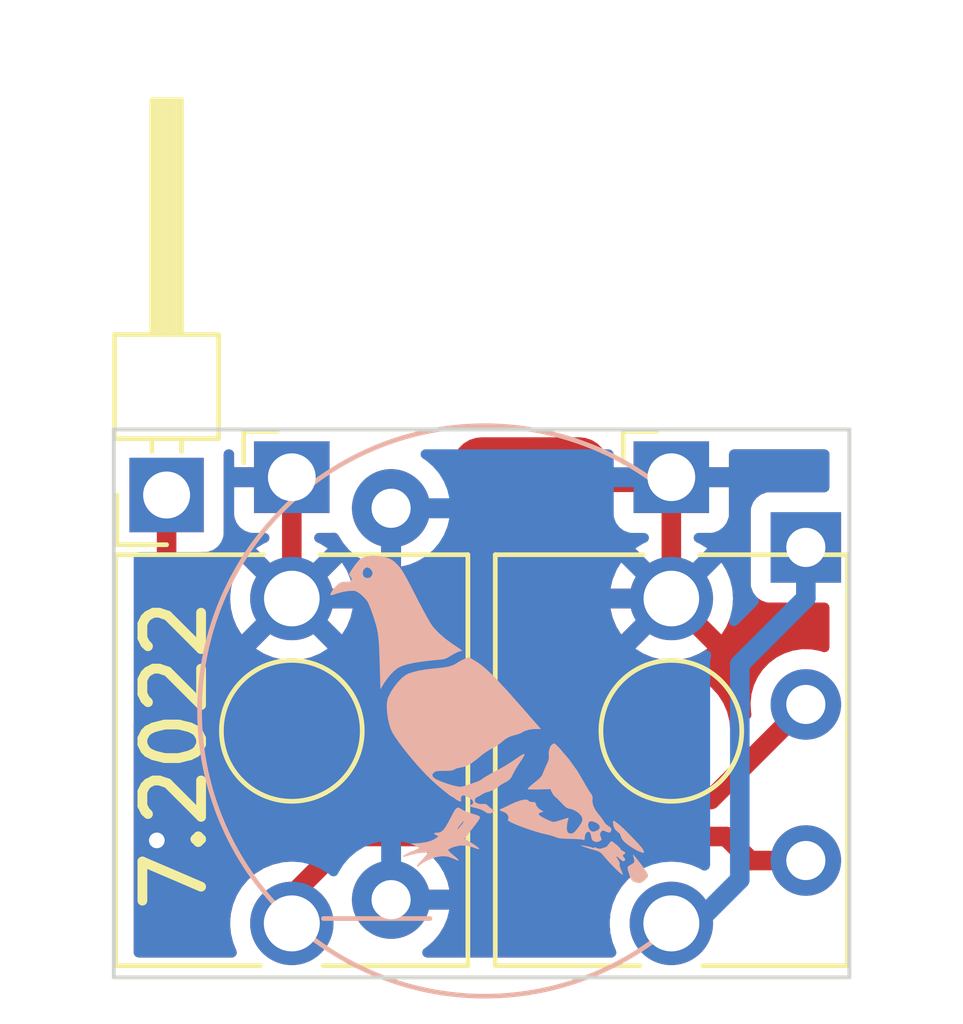
<source format=kicad_pcb>
(kicad_pcb (version 20211014) (generator pcbnew)
  (layers (0 "F.Cu" signal) (31 "B.Cu" signal) (34 "B.Paste" user) (35 "F.Paste" user) (36 "B.SilkS" user "B.Silkscreen") (37 "F.SilkS" user "F.Silkscreen") (38 "B.Mask" user) (39 "F.Mask" user) (44 "Edge.Cuts" user))
  (net 0 "")
  (net 1 "GND")
  (net 2 "Net-(J1-PadT)")
  (net 3 "Net-(J2-PadT)")
  (net 4 "Net-(RV1-Pad2)")
  (footprint "Connector_PinHeader_2.54mm:PinHeader_1x01_P2.54mm_Horizontal" (layer "F.Cu") (at 137.05 76.875 90)
    (fp_text reference "J3" hide)
    (fp_text value "Conn_01x01_Male")
    (fp_line (start 10.1 -0.38) (end 10.1 0.38) (layer "F.SilkS") (width 0.12))
    (fp_line (start 4.1 -0.2) (end 10.1 -0.2) (layer "F.SilkS") (width 0.12))
    (fp_line (start 10.1 0.38) (end 4.1 0.38) (layer "F.SilkS") (width 0.12))
    (fp_line (start -1.27 0) (end -1.27 -1.27) (layer "F.SilkS") (width 0.12))
    (fp_line (start 4.1 -1.33) (end 1.44 -1.33) (layer "F.SilkS") (width 0.12))
    (fp_line (start 1.44 -1.33) (end 1.44 1.33) (layer "F.SilkS") (width 0.12))
    (fp_line (start 1.11 0.38) (end 1.44 0.38) (layer "F.SilkS") (width 0.12))
    (fp_line (start -1.27 -1.27) (end 0 -1.27) (layer "F.SilkS") (width 0.12))
    (fp_line (start 4.1 0.16) (end 10.1 0.16) (layer "F.SilkS") (width 0.12))
    (fp_line (start 1.44 1.33) (end 4.1 1.33) (layer "F.SilkS") (width 0.12))
    (fp_line (start 4.1 0.28) (end 10.1 0.28) (layer "F.SilkS") (width 0.12))
    (fp_line (start 4.1 -0.08) (end 10.1 -0.08) (layer "F.SilkS") (width 0.12))
    (fp_line (start 4.1 1.33) (end 4.1 -1.33) (layer "F.SilkS") (width 0.12))
    (fp_line (start 4.1 -0.32) (end 10.1 -0.32) (layer "F.SilkS") (width 0.12))
    (fp_line (start 4.1 -0.38) (end 10.1 -0.38) (layer "F.SilkS") (width 0.12))
    (fp_line (start 4.1 0.04) (end 10.1 0.04) (layer "F.SilkS") (width 0.12))
    (fp_line (start 1.11 -0.38) (end 1.44 -0.38) (layer "F.SilkS") (width 0.12))
    (pad "1" thru_hole rect (at 0 0 90) (size 1.9 1.9) (drill 1.2) (layers *.Cu *.Mask) (net 4 "Net-(RV1-Pad2)"))
  )
  (footprint "Connector_Audio:Jack_3.5mm_QingPu_WQP-PJ398SM_Vertical_CircularHoles" (layer "F.Cu") (at 140.25 76.42)
    (fp_text reference "J2" hide)
    (fp_text value "AudioJack2_SwitchT")
    (fp_line (start 4.5 1.98) (end 4.5 12.48) (layer "F.SilkS") (width 0.12))
    (fp_line (start -1.23 -1.17) (end -0.37 -1.17) (layer "F.SilkS") (width 0.12))
    (fp_line (start 4.5 12.48) (end 0.8 12.48) (layer "F.SilkS") (width 0.12))
    (fp_line (start -4.5 1.98) (end -4.5 12.48) (layer "F.SilkS") (width 0.12))
    (fp_line (start -0.72 1.98) (end -4.5 1.98) (layer "F.SilkS") (width 0.12))
    (fp_line (start -0.8 12.48) (end -4.5 12.48) (layer "F.SilkS") (width 0.12))
    (fp_line (start -1.23 -1.17) (end -1.23 -0.37) (layer "F.SilkS") (width 0.12))
    (fp_line (start 4.5 1.98) (end 0.72 1.98) (layer "F.SilkS") (width 0.12))
    (fp_circle (center 0 6.48) (end 1.8 6.48) (layer "F.SilkS") (width 0.12) (fill none))
    (pad "S" thru_hole rect (at 0 0 180) (size 1.93 1.83) (drill 1.22) (layers *.Cu *.Mask) (net 1 "GND"))
    (pad "T" thru_hole circle (at 0 11.4 180) (size 2.13 2.13) (drill 1.43) (layers *.Cu *.Mask) (net 3 "Net-(J2-PadT)"))
    (pad "TN" thru_hole circle (at 0 3.1 180) (size 2.13 2.13) (drill 1.42) (layers *.Cu *.Mask) (net 1 "GND"))
    (zone (net 0) (net_name "") (layer "F.Cu") (connect_pads (clearance 0)) (min_thickness 0.254)
      (keepout (tracks not_allowed) (vias not_allowed) (pads not_allowed) (copperpour not_allowed) (footprints not_allowed))
      (fill (thermal_gap 0.508) (thermal_bridge_width 0.508))
      (polygon (pts (xy 141.755141 82.9) (xy 141.73493 82.654171) (xy 141.674841 82.414945) (xy 141.576486 82.188744) (xy 141.442508 81.981645) (xy 141.276504 81.79921) (xy 141.082932 81.646336) (xy 140.866992 81.527131) (xy 140.634482 81.444794) (xy 140.391646 81.401539) (xy 140.145007 81.398525) (xy 139.901187 81.435835) (xy 139.666734 81.512466) (xy 139.447946 81.62636) (xy 139.250697 81.774458) (xy 139.080286 81.952784) (xy 138.941288 82.156548) (xy 138.837436 82.380278) (xy 138.771519 82.617965) (xy 138.745308 82.863226) (xy 138.759507 83.109475) (xy 138.813734 83.350099) (xy 138.906532 83.578634) (xy 139.035411 83.788945) (xy 139.196908 83.975382) (xy 139.386687 84.132939) (xy 139.59965 84.257385) (xy 139.830079 84.345377) (xy 140.071785 84.394553) (xy 140.318278 84.403592) (xy 140.562936 84.37225) (xy 140.799191 84.30137) (xy 141.020697 84.192856) (xy 141.221505 84.049621) (xy 141.396223 83.875512) (xy 141.540158 83.675205) (xy 141.649445 83.454079) (xy 141.721149 83.218074) (xy 141.753344 82.973526)))
    )
  )
  (footprint "Connector_Wire:SolderWirePad_1x01_SMD_1x2mm" (layer "F.Cu") (at 146.35 76.9 90)
    (fp_text reference "pingnd" hide)
    (fp_text value "SolderWirePad_1x01_SMD_1x2mm")
    (pad "1" smd roundrect (at 0 0 90) (size 3 4) (layers "F.Cu" "F.Paste" "F.Mask") (net 1 "GND"))
  )
  (footprint "Connector_Audio:Jack_3.5mm_QingPu_WQP-PJ398SM_Vertical_CircularHoles" (layer "F.Cu") (at 149.95 76.42)
    (fp_text reference "J1" hide)
    (fp_text value "AudioJack2_SwitchT")
    (fp_line (start -4.5 1.98) (end -4.5 12.48) (layer "F.SilkS") (width 0.12))
    (fp_line (start 4.5 12.48) (end 0.8 12.48) (layer "F.SilkS") (width 0.12))
    (fp_line (start -1.23 -1.17) (end -1.23 -0.37) (layer "F.SilkS") (width 0.12))
    (fp_line (start -0.8 12.48) (end -4.5 12.48) (layer "F.SilkS") (width 0.12))
    (fp_line (start -1.23 -1.17) (end -0.37 -1.17) (layer "F.SilkS") (width 0.12))
    (fp_line (start 4.5 1.98) (end 0.72 1.98) (layer "F.SilkS") (width 0.12))
    (fp_line (start 4.5 1.98) (end 4.5 12.48) (layer "F.SilkS") (width 0.12))
    (fp_line (start -0.72 1.98) (end -4.5 1.98) (layer "F.SilkS") (width 0.12))
    (fp_circle (center 0 6.48) (end 1.8 6.48) (layer "F.SilkS") (width 0.12) (fill none))
    (pad "S" thru_hole rect (at 0 0 180) (size 1.93 1.83) (drill 1.22) (layers *.Cu *.Mask) (net 1 "GND"))
    (pad "T" thru_hole circle (at 0 11.4 180) (size 2.13 2.13) (drill 1.43) (layers *.Cu *.Mask) (net 2 "Net-(J1-PadT)"))
    (pad "TN" thru_hole circle (at 0 3.1 180) (size 2.13 2.13) (drill 1.42) (layers *.Cu *.Mask) (net 1 "GND"))
    (zone (net 0) (net_name "") (layer "F.Cu") (connect_pads (clearance 0)) (min_thickness 0.254)
      (keepout (tracks not_allowed) (vias not_allowed) (pads not_allowed) (copperpour not_allowed) (footprints not_allowed))
      (fill (thermal_gap 0.508) (thermal_bridge_width 0.508))
      (polygon (pts (xy 151.455141 82.9) (xy 151.43493 82.654171) (xy 151.374841 82.414945) (xy 151.276486 82.188744) (xy 151.142508 81.981645) (xy 150.976504 81.79921) (xy 150.782932 81.646336) (xy 150.566992 81.527131) (xy 150.334482 81.444794) (xy 150.091646 81.401539) (xy 149.845007 81.398525) (xy 149.601187 81.435835) (xy 149.366734 81.512466) (xy 149.147946 81.62636) (xy 148.950697 81.774458) (xy 148.780286 81.952784) (xy 148.641288 82.156548) (xy 148.537436 82.380278) (xy 148.471519 82.617965) (xy 148.445308 82.863226) (xy 148.459507 83.109475) (xy 148.513734 83.350099) (xy 148.606532 83.578634) (xy 148.735411 83.788945) (xy 148.896908 83.975382) (xy 149.086687 84.132939) (xy 149.29965 84.257385) (xy 149.530079 84.345377) (xy 149.771785 84.394553) (xy 150.018278 84.403592) (xy 150.262936 84.37225) (xy 150.499191 84.30137) (xy 150.720697 84.192856) (xy 150.921505 84.049621) (xy 151.096223 83.875512) (xy 151.240158 83.675205) (xy 151.349445 83.454079) (xy 151.421149 83.218074) (xy 151.453344 82.973526)))
    )
  )
  (footprint "urbsLib:Taube-1" (layer "B.Cu") (at 145.3 82.6 180)
    (fp_text reference "G***" hide)
    (fp_text value "LOGO" hide)
    (fp_poly (pts (xy -3.67103 -3.480027) (xy -3.675237 -3.495412) (xy -3.696525 -3.578053) (xy -3.702914 -3.630977) (xy -3.692837 -3.664683) (xy -3.664726 -3.689671) (xy -3.644468 -3.701596) (xy -3.581091 -3.737094) (xy -3.543632 -3.764936) (xy -3.528855 -3.795966) (xy -3.533526 -3.841028) (xy -3.55441 -3.910967) (xy -3.568813 -3.955228) (xy -3.597252 -4.039653) (xy -3.620242 -4.093228) (xy -3.644422 -4.125714) (xy -3.676431 -4.14687) (xy -3.708654 -4.160806) (xy -3.786847 -4.187168) (xy -3.84454 -4.190749) (xy -3.897454 -4.170744) (xy -3.9301 -4.149479) (xy -3.985133 -4.10375) (xy -4.030246 -4.05569) (xy -4.031152 -4.0545) (xy -4.054582 -4.018077) (xy -4.056114 -3.986892) (xy -4.036107 -3.940872) (xy -4.033272 -3.935337) (xy -4.00195 -3.883718) (xy -3.950866 -3.809402) (xy -3.887337 -3.722279) (xy -3.818678 -3.632241) (xy -3.752206 -3.549178) (xy -3.715721 -3.506005) (xy -3.680932 -3.467136) (xy -3.667944 -3.458976)) (layer "B.SilkS") (width 0) (fill solid))
    (fp_poly (pts (xy -1.62812 -0.629541) (xy -1.612013 -0.638079) (xy -1.566503 -0.68461) (xy -1.532416 -0.759178) (xy -1.514119 -0.848041) (xy -1.515977 -0.93746) (xy -1.516279 -0.939338) (xy -1.519613 -0.995876) (xy -1.507416 -1.054603) (xy -1.476163 -1.130435) (xy -1.466241 -1.151182) (xy -1.426679 -1.236737) (xy -1.389384 -1.324227) (xy -1.367822 -1.38005) (xy -1.346488 -1.429137) (xy -1.316011 -1.474041) (xy -1.269248 -1.522615) (xy -1.199056 -1.582715) (xy -1.142768 -1.62754) (xy -1.063507 -1.692428) (xy -1.007099 -1.744243) (xy -0.977752 -1.778849) (xy -0.976295 -1.791197) (xy -1.005322 -1.796063) (xy -1.067967 -1.799018) (xy -1.155512 -1.79987) (xy -1.259241 -1.798424) (xy -1.278455 -1.797919) (xy -1.557048 -1.790075) (xy -1.597767 -1.874812) (xy -1.630239 -1.931515) (xy -1.662659 -1.971746) (xy -1.671913 -1.978912) (xy -1.700621 -2.002395) (xy -1.749439 -2.049026) (xy -1.809958 -2.110623) (xy -1.84068 -2.14309) (xy -1.916377 -2.219751) (xy -1.972863 -2.266086) (xy -2.015561 -2.286243) (xy -2.029947 -2.287906) (xy -2.102255 -2.302171) (xy -2.186561 -2.339223) (xy -2.26642 -2.390443) (xy -2.319189 -2.439472) (xy -2.357354 -2.492763) (xy -2.375419 -2.543632) (xy -2.37147 -2.598204) (xy -2.343596 -2.662605) (xy -2.289885 -2.742962) (xy -2.208423 -2.8454) (xy -2.182997 -2.875771) (xy -2.129496 -2.915429) (xy -2.070187 -2.925165) (xy -2.018251 -2.905577) (xy -1.990019 -2.867038) (xy -1.979948 -2.805422) (xy -1.982646 -2.721222) (xy -1.99667 -2.631766) (xy -2.014873 -2.568598) (xy -2.023348 -2.541035) (xy -2.019059 -2.526707) (xy -1.995599 -2.525803) (xy -1.946564 -2.53851) (xy -1.865546 -2.565018) (xy -1.839769 -2.573747) (xy -1.759241 -2.59927) (xy -1.689819 -2.61806) (xy -1.644895 -2.626545) (xy -1.641187 -2.626708) (xy -1.597581 -2.616914) (xy -1.530231 -2.591357) (xy -1.451733 -2.556062) (xy -1.374683 -2.517051) (xy -1.311674 -2.480346) (xy -1.275303 -2.451971) (xy -1.274988 -2.451595) (xy -1.25953 -2.422566) (xy -1.279291 -2.401036) (xy -1.289483 -2.395305) (xy -1.341263 -2.376386) (xy -1.370292 -2.372161) (xy -1.382493 -2.365191) (xy -1.355537 -2.345832) (xy -1.33903 -2.337313) (xy -1.268856 -2.290407) (xy -1.215062 -2.231554) (xy -1.187811 -2.17269) (xy -1.186322 -2.157943) (xy -1.177976 -2.131736) (xy -1.145873 -2.120312) (xy -1.102637 -2.118432) (xy -1.031136 -2.108297) (xy -0.999344 -2.083393) (xy -0.962106 -2.05865) (xy -0.893939 -2.056392) (xy -0.799234 -2.075704) (xy -0.682381 -2.115671) (xy -0.547772 -2.175378) (xy -0.5402 -2.179088) (xy -0.450741 -2.222593) (xy -0.372434 -2.259686) (xy -0.314817 -2.285907) (xy -0.289942 -2.296089) (xy -0.263111 -2.314985) (xy -0.27404 -2.337094) (xy -0.318981 -2.357134) (xy -0.336329 -2.361476) (xy -0.404805 -2.390179) (xy -0.456425 -2.436894) (xy -0.485246 -2.491901) (xy -0.48532 -2.545478) (xy -0.46697 -2.575098) (xy -0.474436 -2.592685) (xy -0.516564 -2.620292) (xy -0.587463 -2.655674) (xy -0.68124 -2.696586) (xy -0.792003 -2.740784) (xy -0.91386 -2.786023) (xy -1.040918 -2.830058) (xy -1.167285 -2.870646) (xy -1.287069 -2.905541) (xy -1.394378 -2.932498) (xy -1.419349 -2.937897) (xy -1.515274 -2.960787) (xy -1.611506 -2.988571) (xy -1.684153 -3.014076) (xy -1.741423 -3.033822) (xy -1.805395 -3.047111) (xy -1.8864 -3.055237) (xy -1.99477 -3.059494) (xy -2.054879 -3.060487) (xy -2.162132 -3.063056) (xy -2.258736 -3.067693) (xy -2.334138 -3.073743) (xy -2.377789 -3.080548) (xy -2.37794 -3.080592) (xy -2.41939 -3.088491) (xy -2.434438 -3.072473) (xy -2.436197 -3.043625) (xy -2.446072 -2.967263) (xy -2.472201 -2.910036) (xy -2.509337 -2.882223) (xy -2.51916 -2.881067) (xy -2.553695 -2.886827) (xy -2.576044 -2.910295) (xy -2.592075 -2.960755) (xy -2.60177 -3.011732) (xy -2.618236 -3.073826) (xy -2.647363 -3.109354) (xy -2.681308 -3.126939) (xy -2.735817 -3.141987) (xy -2.785671 -3.132714) (xy -2.812681 -3.120739) (xy -2.855363 -3.097741) (xy -2.868609 -3.075114) (xy -2.857884 -3.036368) (xy -2.848319 -3.013172) (xy -2.82955 -2.959815) (xy -2.830884 -2.923435) (xy -2.850579 -2.88672) (xy -2.887337 -2.850021) (xy -2.919717 -2.850235) (xy -2.99691 -2.881973) (xy -3.04474 -2.898358) (xy -3.072853 -2.900572) (xy -3.090895 -2.889794) (xy -3.104394 -2.872839) (xy -3.120505 -2.821461) (xy -3.096017 -2.77069) (xy -3.078383 -2.757675) (xy -2.821393 -2.757675) (xy -2.805502 -2.806043) (xy -2.752483 -2.845789) (xy -2.748666 -2.847502) (xy -2.675218 -2.873584) (xy -2.623819 -2.873371) (xy -2.582167 -2.845373) (xy -2.56484 -2.825249) (xy -2.530674 -2.759719) (xy -2.522858 -2.692451) (xy -2.542226 -2.637934) (xy -2.553383 -2.626297) (xy -2.585604 -2.61086) (xy -2.632175 -2.614445) (xy -2.66895 -2.62427) (xy -2.750852 -2.660445) (xy -2.802422 -2.707027) (xy -2.821393 -2.757675) (xy -3.078383 -2.757675) (xy -3.032612 -2.723892) (xy -3.029088 -2.722045) (xy -2.975434 -2.679986) (xy -2.932267 -2.623085) (xy -2.93128 -2.621201) (xy -2.897011 -2.566303) (xy -2.846977 -2.499098) (xy -2.812201 -2.457381) (xy -2.713593 -2.327624) (xy -2.653476 -2.206932) (xy -2.632612 -2.097013) (xy -2.634905 -2.060061) (xy -2.639082 -1.995175) (xy -2.625456 -1.945918) (xy -2.587762 -1.889815) (xy -2.587293 -1.889208) (xy -2.548977 -1.833739) (xy -2.500309 -1.754985) (xy -2.450135 -1.66743) (xy -2.436203 -1.641784) (xy -2.250109 -1.325953) (xy -2.040802 -1.033117) (xy -1.799225 -0.750725) (xy -1.772844 -0.722471) (xy -1.716958 -0.664382) (xy -1.680368 -0.632762) (xy -1.653835 -0.622765)) (layer "B.SilkS") (width 0) (fill solid))
    (fp_poly (pts (xy -3.111854 -3.118797) (xy -3.090764 -3.138656) (xy -3.05777 -3.181249) (xy -3.045597 -3.198832) (xy -3.00768 -3.24533) (xy -2.973288 -3.271753) (xy -2.964883 -3.273956) (xy -2.922375 -3.284567) (xy -2.889789 -3.299349) (xy -2.827696 -3.313176) (xy -2.757828 -3.300726) (xy -2.718775 -3.279481) (xy -2.689319 -3.273694) (xy -2.68072 -3.282107) (xy -2.652632 -3.292379) (xy -2.63117 -3.284108) (xy -2.596072 -3.272021) (xy -2.53742 -3.258055) (xy -2.468539 -3.244612) (xy -2.402753 -3.234096) (xy -2.353387 -3.22891) (xy -2.334218 -3.230552) (xy -2.34926 -3.239754) (xy -2.397036 -3.258048) (xy -2.469573 -3.282776) (xy -2.558898 -3.311278) (xy -2.657038 -3.340894) (xy -2.715156 -3.357618) (xy -2.795118 -3.385814) (xy -2.854134 -3.424445) (xy -2.911975 -3.48668) (xy -2.915568 -3.491116) (xy -2.978744 -3.565754) (xy -3.055665 -3.651096) (xy -3.138494 -3.739033) (xy -3.219394 -3.821459) (xy -3.290528 -3.890266) (xy -3.344058 -3.937347) (xy -3.354855 -3.945553) (xy -3.415547 -3.989006) (xy -3.400679 -3.938164) (xy -3.381629 -3.885269) (xy -3.353852 -3.820443) (xy -3.348463 -3.808938) (xy -3.326896 -3.748846) (xy -3.329187 -3.712822) (xy -3.330921 -3.710746) (xy -3.332956 -3.680362) (xy -3.308859 -3.625712) (xy -3.295964 -3.604189) (xy -3.257256 -3.539292) (xy -3.244474 -3.507697) (xy -3.257922 -3.508966) (xy -3.297902 -3.54266) (xy -3.322289 -3.565994) (xy -3.385105 -3.618097) (xy -3.429736 -3.633553) (xy -3.438802 -3.63158) (xy -3.47048 -3.603337) (xy -3.465339 -3.563987) (xy -3.442452 -3.537781) (xy -3.415107 -3.500881) (xy -3.415235 -3.467932) (xy -3.442579 -3.453063) (xy -3.444005 -3.453044) (xy -3.469366 -3.440754) (xy -3.469065 -3.413491) (xy -3.447963 -3.385667) (xy -3.416757 -3.37226) (xy -3.374109 -3.350469) (xy -3.357571 -3.325486) (xy -3.336466 -3.294412) (xy -3.293801 -3.250521) (xy -3.239799 -3.202411) (xy -3.184681 -3.15868) (xy -3.138671 -3.127927) (xy -3.11199 -3.11875)) (layer "B.SilkS") (width 0) (fill solid))
    (fp_poly (pts (xy -3.157393 -2.612977) (xy -3.156582 -2.631099) (xy -3.172133 -2.740737) (xy -3.215917 -2.827634) (xy -3.272247 -2.877829) (xy -3.329758 -2.925313) (xy -3.35733 -2.988685) (xy -3.358904 -2.99647) (xy -3.388511 -3.068759) (xy -3.45305 -3.142025) (xy -3.463662 -3.151496) (xy -3.543422 -3.215157) (xy -3.632073 -3.276173) (xy -3.722309 -3.330686) (xy -3.806825 -3.374839) (xy -3.878316 -3.404773) (xy -3.929475 -3.416632) (xy -3.951761 -3.409242) (xy -3.948684 -3.380339) (xy -3.925464 -3.331659) (xy -3.906524 -3.301892) (xy -3.867209 -3.252433) (xy -3.803968 -3.181049) (xy -3.723742 -3.094836) (xy -3.63347 -3.000893) (xy -3.540093 -2.906316) (xy -3.450551 -2.818203) (xy -3.371786 -2.743652) (xy -3.310737 -2.68976) (xy -3.297682 -2.679275) (xy -3.229326 -2.627539) (xy -3.18734 -2.600671) (xy -3.165454 -2.596531)) (layer "B.SilkS") (width 0) (fill solid))
    (fp_poly (pts (xy 0.622629 1.545244) (xy 0.698845 1.510631) (xy 0.784733 1.463461) (xy 0.833207 1.432911) (xy 0.89288 1.396621) (xy 0.956311 1.368007) (xy 1.030931 1.345319) (xy 1.124174 1.326805) (xy 1.243474 1.310713) (xy 1.396262 1.295291) (xy 1.429942 1.29227) (xy 1.620757 1.270416) (xy 1.795381 1.240672) (xy 1.946753 1.204639) (xy 2.067813 1.163916) (xy 2.13084 1.133417) (xy 2.227927 1.060881) (xy 2.329446 0.958286) (xy 2.427359 0.836066) (xy 2.513629 0.704656) (xy 2.58022 0.574488) (xy 2.59968 0.524725) (xy 2.619412 0.428021) (xy 2.624034 0.302463) (xy 2.614598 0.158359) (xy 2.592158 0.006019) (xy 2.557766 -0.144246) (xy 2.519065 -0.264937) (xy 2.479782 -0.345936) (xy 2.414759 -0.451723) (xy 2.328178 -0.577093) (xy 2.224224 -0.716837) (xy 2.107078 -0.86575) (xy 1.980924 -1.018625) (xy 1.849944 -1.170254) (xy 1.718322 -1.31543) (xy 1.59024 -1.448948) (xy 1.487 -1.549643) (xy 1.39523 -1.63369) (xy 1.297827 -1.719294) (xy 1.201188 -1.801209) (xy 1.111712 -1.874191) (xy 1.035795 -1.932995) (xy 0.979836 -1.972376) (xy 0.954607 -1.986084) (xy 0.913677 -2.008759) (xy 0.879149 -2.03544) (xy 0.82665 -2.071645) (xy 0.775932 -2.096297) (xy 0.734454 -2.109587) (xy 0.722022 -2.101403) (xy 0.72718 -2.073099) (xy 0.727829 -2.01748) (xy 0.706179 -1.970969) (xy 0.66996 -1.949176) (xy 0.665717 -1.948957) (xy 0.617825 -1.960845) (xy 0.553474 -1.990625) (xy 0.489086 -2.029472) (xy 0.441084 -2.068563) (xy 0.439064 -2.070745) (xy 0.413608 -2.121395) (xy 0.427531 -2.165596) (xy 0.477897 -2.194735) (xy 0.481645 -2.195724) (xy 0.512307 -2.208218) (xy 0.508749 -2.222847) (xy 0.468823 -2.240758) (xy 0.390379 -2.263099) (xy 0.32679 -2.278445) (xy 0.237659 -2.304962) (xy 0.160883 -2.338247) (xy 0.121632 -2.363407) (xy 0.050313 -2.40415) (xy -0.020988 -2.412178) (xy -0.081067 -2.386817) (xy -0.092046 -2.376271) (xy -0.122846 -2.334353) (xy -0.118774 -2.313205) (xy -0.094623 -2.309091) (xy -0.061758 -2.294976) (xy -0.014033 -2.258985) (xy 0.014291 -2.232659) (xy 0.065293 -2.186513) (xy 0.105617 -2.166642) (xy 0.150968 -2.16617) (xy 0.162325 -2.167847) (xy 0.236474 -2.169296) (xy 0.30567 -2.153305) (xy 0.355358 -2.124314) (xy 0.368951 -2.104825) (xy 0.369521 -2.061223) (xy 0.349313 -2.017373) (xy 0.318166 -1.992392) (xy 0.310543 -1.991326) (xy 0.277512 -1.97953) (xy 0.228402 -1.950155) (xy 0.213347 -1.939474) (xy 0.15005 -1.901472) (xy 0.085794 -1.875434) (xy 0.076829 -1.873186) (xy 0.001819 -1.85103) (xy -0.08081 -1.817897) (xy -0.157377 -1.780211) (xy -0.214199 -1.744398) (xy -0.231697 -1.728294) (xy -0.267353 -1.698317) (xy -0.326089 -1.661058) (xy -0.369395 -1.637717) (xy -0.457275 -1.589969) (xy -0.517041 -1.544989) (xy -0.560413 -1.491122) (xy -0.599114 -1.416711) (xy -0.605143 -1.403277) (xy -0.638135 -1.338742) (xy -0.688171 -1.252535) (xy -0.747623 -1.157427) (xy -0.791837 -1.090808) (xy -0.854991 -0.994391) (xy -0.890376 -0.92961) (xy -0.897383 -0.895583) (xy -0.875403 -0.891429) (xy -0.823829 -0.916268) (xy -0.742051 -0.969216) (xy -0.718962 -0.985239) (xy -0.619434 -1.054187) (xy -0.534277 -1.11094) (xy -0.452917 -1.161916) (xy -0.364775 -1.213533) (xy -0.259275 -1.272211) (xy -0.137698 -1.337998) (xy -0.03647 -1.393489) (xy 0.054126 -1.445182) (xy 0.126118 -1.488378) (xy 0.171531 -1.518379) (xy 0.180067 -1.525255) (xy 0.207208 -1.546332) (xy 0.245955 -1.56782) (xy 0.302671 -1.592337) (xy 0.383718 -1.622498) (xy 0.495458 -1.660918) (xy 0.571977 -1.686411) (xy 0.653492 -1.712407) (xy 0.71133 -1.725718) (xy 0.761888 -1.727402) (xy 0.821566 -1.718516) (xy 0.879149 -1.70622) (xy 0.981091 -1.679897) (xy 1.091733 -1.645118) (xy 1.201046 -1.605723) (xy 1.299001 -1.565551) (xy 1.375571 -1.528441) (xy 1.419601 -1.499305) (xy 1.45613 -1.450958) (xy 1.452256 -1.406037) (xy 1.417056 -1.364375) (xy 1.389962 -1.345561) (xy 1.352708 -1.333462) (xy 1.29613 -1.326649) (xy 1.211068 -1.323689) (xy 1.153571 -1.323201) (xy 1.045102 -1.321142) (xy 0.971078 -1.315227) (xy 0.923668 -1.304408) (xy 0.896357 -1.288822) (xy 0.852117 -1.266033) (xy 0.786636 -1.248688) (xy 0.76038 -1.24492) (xy 0.615443 -1.209232) (xy 0.463737 -1.132465) (xy 0.306324 -1.01518) (xy 0.276454 -0.988899) (xy 0.183299 -0.912568) (xy 0.075856 -0.835926) (xy -0.026347 -0.77269) (xy -0.048039 -0.760973) (xy -0.135642 -0.712176) (xy -0.218437 -0.660545) (xy -0.281764 -0.615366) (xy -0.293939 -0.6052) (xy -0.390417 -0.525758) (xy -0.475305 -0.471299) (xy -0.563416 -0.433674) (xy -0.650123 -0.409269) (xy -0.727646 -0.387928) (xy -0.791426 -0.365388) (xy -0.82724 -0.346794) (xy -0.896407 -0.307137) (xy -0.993969 -0.276297) (xy -1.106278 -0.257855) (xy -1.18015 -0.254211) (xy -1.316942 -0.254211) (xy -1.246336 -0.171541) (xy -1.21489 -0.135213) (xy -1.159495 -0.071745) (xy -1.084222 0.014221) (xy -0.99314 0.118045) (xy -0.890319 0.235084) (xy -0.77983 0.360698) (xy -0.730859 0.416324) (xy -0.539558 0.631937) (xy -0.371903 0.817165) (xy -0.225119 0.974747) (xy -0.096432 1.10742) (xy 0.016932 1.217923) (xy 0.117748 1.308994) (xy 0.208789 1.383369) (xy 0.292832 1.443788) (xy 0.341915 1.475002) (xy 0.521547 1.583614)) (layer "B.SilkS") (width 0) (fill solid))
    (fp_poly (pts (xy 0.828993 -2.266239) (xy 0.864919 -2.298276) (xy 0.905948 -2.359926) (xy 0.957272 -2.454785) (xy 0.985232 -2.509507) (xy 1.057487 -2.647126) (xy 1.118165 -2.749853) (xy 1.171251 -2.822205) (xy 1.220726 -2.868697) (xy 1.270576 -2.893846) (xy 1.324782 -2.902169) (xy 1.331619 -2.902251) (xy 1.39422 -2.907378) (xy 1.41646 -2.921939) (xy 1.397758 -2.944712) (xy 1.361093 -2.964384) (xy 1.302836 -2.990948) (xy 1.366389 -3.04227) (xy 1.468302 -3.100712) (xy 1.60899 -3.142701) (xy 1.78859 -3.168275) (xy 1.829396 -3.171438) (xy 2.017007 -3.18421) (xy 1.9159 -3.22259) (xy 1.854109 -3.248145) (xy 1.808961 -3.270635) (xy 1.796499 -3.279264) (xy 1.805754 -3.294898) (xy 1.847493 -3.319842) (xy 1.914096 -3.349738) (xy 1.93243 -3.356972) (xy 2.038327 -3.40078) (xy 2.121807 -3.440973) (xy 2.18065 -3.47519) (xy 2.212635 -3.501071) (xy 2.215541 -3.516256) (xy 2.187147 -3.518384) (xy 2.125233 -3.505095) (xy 2.049754 -3.481669) (xy 1.946731 -3.453131) (xy 1.828162 -3.429521) (xy 1.727028 -3.416687) (xy 1.557801 -3.403637) (xy 1.645099 -3.507781) (xy 1.699319 -3.570328) (xy 1.750041 -3.625308) (xy 1.779087 -3.654058) (xy 1.820676 -3.698083) (xy 1.845743 -3.733499) (xy 1.85254 -3.763832) (xy 1.834202 -3.770974) (xy 1.800444 -3.755835) (xy 1.766878 -3.726124) (xy 1.711471 -3.681279) (xy 1.626777 -3.632099) (xy 1.524661 -3.584339) (xy 1.416984 -3.543754) (xy 1.350653 -3.524208) (xy 1.196381 -3.501084) (xy 1.052997 -3.515911) (xy 0.9109 -3.56957) (xy 0.834103 -3.605046) (xy 0.791815 -3.616681) (xy 0.78406 -3.60525) (xy 0.810865 -3.57153) (xy 0.872255 -3.516296) (xy 0.908199 -3.486996) (xy 0.974388 -3.431068) (xy 1.024425 -3.382784) (xy 1.051286 -3.349238) (xy 1.053772 -3.340001) (xy 1.031183 -3.320975) (xy 0.979416 -3.294789) (xy 0.909677 -3.26711) (xy 0.90962 -3.26709) (xy 0.749294 -3.230777) (xy 0.585308 -3.234933) (xy 0.414136 -3.279722) (xy 0.383318 -3.291693) (xy 0.30799 -3.318596) (xy 0.267188 -3.324993) (xy 0.259521 -3.312851) (xy 0.2836 -3.28414) (xy 0.338032 -3.240827) (xy 0.421429 -3.184881) (xy 0.487239 -3.144612) (xy 0.554186 -3.104799) (xy 0.605471 -3.07418) (xy 0.631534 -3.058467) (xy 0.632784 -3.057678) (xy 0.622919 -3.040376) (xy 0.590563 -2.996026) (xy 0.540079 -2.930351) (xy 0.475831 -2.849072) (xy 0.435069 -2.798384) (xy 0.356201 -2.697952) (xy 0.295026 -2.614081) (xy 0.657185 -2.614081) (xy 0.66918 -2.638664) (xy 0.699559 -2.682342) (xy 0.739079 -2.733456) (xy 0.778501 -2.780351) (xy 0.808582 -2.811369) (xy 0.818457 -2.817514) (xy 0.814587 -2.802822) (xy 0.791301 -2.766713) (xy 0.785857 -2.759257) (xy 0.721636 -2.675003) (xy 0.679726 -2.625561) (xy 0.65944 -2.610156) (xy 0.657185 -2.614081) (xy 0.295026 -2.614081) (xy 0.294657 -2.613575) (xy 0.253733 -2.550085) (xy 0.236725 -2.512314) (xy 0.236599 -2.507441) (xy 0.254535 -2.484418) (xy 0.302661 -2.459462) (xy 0.385608 -2.430457) (xy 0.441116 -2.413909) (xy 0.534626 -2.384181) (xy 0.619105 -2.352235) (xy 0.681615 -2.323174) (xy 0.699905 -2.311832) (xy 0.751678 -2.276615) (xy 0.792976 -2.260218)) (layer "B.SilkS") (width 0) (fill solid))
    (fp_poly (pts (xy 3.120046 4.159529) (xy 3.229296 4.13169) (xy 3.287797 4.102575) (xy 3.329938 4.064686) (xy 3.385646 4.00137) (xy 3.446042 3.923134) (xy 3.478644 3.876663) (xy 3.532831 3.795753) (xy 3.566114 3.742037) (xy 3.581309 3.707602) (xy 3.58123 3.684535) (xy 3.568693 3.664924) (xy 3.558085 3.653358) (xy 3.523609 3.599968) (xy 3.5199 3.552282) (xy 3.540316 3.525623) (xy 3.573258 3.517247) (xy 3.633635 3.510885) (xy 3.687705 3.508485) (xy 3.758937 3.5048) (xy 3.807995 3.492266) (xy 3.852132 3.463366) (xy 3.905569 3.413561) (xy 3.967041 3.346838) (xy 4.01795 3.279842) (xy 4.052903 3.221078) (xy 4.066508 3.17905) (xy 4.062626 3.165824) (xy 4.037186 3.165478) (xy 3.984901 3.178314) (xy 3.930673 3.196646) (xy 3.825045 3.229559) (xy 3.708009 3.255502) (xy 3.593157 3.272356) (xy 3.494081 3.277998) (xy 3.437915 3.273524) (xy 3.375705 3.247743) (xy 3.30033 3.196003) (xy 3.22242 3.127399) (xy 3.152609 3.051028) (xy 3.112695 2.995317) (xy 3.090725 2.950663) (xy 3.059291 2.874735) (xy 3.02191 2.77659) (xy 2.982099 2.665286) (xy 2.963797 2.611744) (xy 2.928943 2.505307) (xy 2.900175 2.408724) (xy 2.876754 2.316101) (xy 2.857938 2.221546) (xy 2.842988 2.119165) (xy 2.831163 2.003067) (xy 2.821724 1.867358) (xy 2.813929 1.706145) (xy 2.807039 1.513537) (xy 2.801262 1.317894) (xy 2.785738 0.760975) (xy 2.715005 0.879483) (xy 2.623719 1.016603) (xy 2.523474 1.140014) (xy 2.422024 1.241112) (xy 2.327122 1.311297) (xy 2.324277 1.312938) (xy 2.221223 1.359927) (xy 2.084843 1.401728) (xy 1.913203 1.438719) (xy 1.704367 1.471277) (xy 1.456402 1.49978) (xy 1.287518 1.515135) (xy 1.194867 1.525501) (xy 1.125543 1.542401) (xy 1.060505 1.572225) (xy 0.99117 1.614574) (xy 0.912236 1.661416) (xy 0.833839 1.701152) (xy 0.774053 1.724797) (xy 0.689677 1.749226) (xy 0.742045 1.785681) (xy 0.784382 1.814578) (xy 0.849573 1.858433) (xy 0.925121 1.908848) (xy 0.942702 1.920524) (xy 1.12097 2.050351) (xy 1.282578 2.190637) (xy 1.417437 2.332308) (xy 1.461257 2.38684) (xy 1.495004 2.437649) (xy 1.544484 2.520737) (xy 1.606576 2.630438) (xy 1.678157 2.761089) (xy 1.756107 2.907025) (xy 1.837301 3.062583) (xy 1.884548 3.154782) (xy 1.976867 3.335334) (xy 2.053284 3.482454) (xy 2.116492 3.600779) (xy 2.169186 3.694946) (xy 2.191287 3.731712) (xy 2.986989 3.731712) (xy 3.004573 3.665308) (xy 3.049412 3.620414) (xy 3.109633 3.602279) (xy 3.173368 3.616157) (xy 3.20246 3.636395) (xy 3.233272 3.688292) (xy 3.235995 3.751375) (xy 3.215086 3.812543) (xy 3.174996 3.858695) (xy 3.120757 3.876731) (xy 3.071118 3.85886) (xy 3.023705 3.815255) (xy 2.992362 3.760923) (xy 2.986989 3.731712) (xy 2.191287 3.731712) (xy 2.214058 3.769594) (xy 2.2538 3.829359) (xy 2.291108 3.87888) (xy 2.328672 3.922795) (xy 2.333826 3.928455) (xy 2.412336 4.008071) (xy 2.481216 4.061918) (xy 2.553793 4.099837) (xy 2.579898 4.110185) (xy 2.708948 4.146857) (xy 2.849143 4.167228) (xy 2.989752 4.171414)) (layer "B.SilkS") (width 0) (fill solid))
  )
  (footprint "urbsLib:Potentiometer_FlatAli_Single_Vertical" (layer "B.Cu") (at 147.787487 82.213604 -90)
    (fp_text reference "RV1" hide)
    (fp_text value "R_Potentiometer")
    (fp_line (start 5.482 6.728) (end 5.482 4.008) (layer "B.SilkS") (width 0.12))
    (fp_arc (start 5.461 -2.413) (mid 0.350062 9.892926) (end -5.334 -2.159) (layer "B.SilkS") (width 0.12))
    (pad "" thru_hole oval (at 5 5 270) (size 2 2) (drill 1) (layers *.Cu *.Mask) (net 1 "GND"))
    (pad "" thru_hole oval (at -5 5 270) (size 2 2) (drill 1) (layers *.Cu *.Mask) (net 1 "GND"))
    (pad "1" thru_hole rect (at -4 -5.6 270) (size 1.8 1.8) (drill 1) (layers *.Cu *.Mask) (net 2 "Net-(J1-PadT)"))
    (pad "2" thru_hole circle (at 0.012 -5.6 270) (size 1.8 1.8) (drill 1) (layers *.Cu *.Mask) (net 4 "Net-(RV1-Pad2)"))
    (pad "3" thru_hole circle (at 4 -5.6 270) (size 1.8 1.8) (drill 1) (layers *.Cu *.Mask) (net 3 "Net-(J2-PadT)"))
  )
  (footprint "urbsLib:taubexyz" (layer "B.Cu") (at 137.2 82 90)
    (fp_text reference "G***" hide)
    (fp_text value "LOGO" hide)
  )
  (footprint "urbsLib:Taube-2" (layer "B.Cu") (at 145.3 82.7 180)
    (fp_text reference "G***" hide)
    (fp_text value "LOGO" hide)
  )
  (gr_line (start 135.7 89.2) (end 135.7 75.2) (layer "Edge.Cuts") (width 0.1))
  (gr_line (start 154.5 75.2) (end 154.5 89.2) (layer "Edge.Cuts") (width 0.1))
  (gr_line (start 154.5 89.2) (end 135.7 89.2) (layer "Edge.Cuts") (width 0.1))
  (gr_line (start 135.7 75.2) (end 154.5 75.2) (layer "Edge.Cuts") (width 0.1))
  (gr_text "7.2022" (at 137.25 83.525 90) (layer "F.SilkS") (effects (font (size 1.5 1.5) (thickness 0.25))))
  (segment (start 145.686396 77.213604) (end 146.35 76.55) (width 0.5) (layer "F.Cu") (net 1))
  (segment (start 142.87 79.52) (end 149.95 79.52) (width 0.5) (layer "F.Cu") (net 1))
  (segment (start 149.95 79.52) (end 149.95 76.42) (width 0.5) (layer "F.Cu") (net 1))
  (segment (start 142.787487 79.437487) (end 142.87 79.52) (width 0.5) (layer "F.Cu") (net 1))
  (segment (start 146.35 76.55) (end 149.82 76.55) (width 0.5) (layer "F.Cu") (net 1))
  (segment (start 140.25 79.52) (end 149.95 79.52) (width 0.5) (layer "F.Cu") (net 1))
  (segment (start 149.82 76.55) (end 149.95 76.42) (width 0.5) (layer "F.Cu") (net 1))
  (segment (start 140.25 76.42) (end 140.25 79.52) (width 0.5) (layer "F.Cu") (net 1))
  (segment (start 140.25 76.42) (end 140.25 76.35) (width 0.5) (layer "F.Cu") (net 1))
  (segment (start 142.787487 77.213604) (end 145.686396 77.213604) (width 0.5) (layer "F.Cu") (net 1))
  (segment (start 142.787487 77.213604) (end 142.787487 79.437487) (width 0.5) (layer "F.Cu") (net 1))
  (segment (start 140.25 79.52) (end 142.87 79.52) (width 0.5) (layer "F.Cu") (net 1))
  (via (at 136.8 85.7) (size 0.8) (drill 0.4) (layers "F.Cu" "B.Cu") (net 1))
  (segment (start 142.92 79.52) (end 142.787487 79.652513) (width 0.5) (layer "B.Cu") (net 1))
  (segment (start 140.25 76.42) (end 140.25 76.35) (width 0.5) (layer "B.Cu") (net 1))
  (segment (start 142.73 79.52) (end 140.25 79.52) (width 0.5) (layer "B.Cu") (net 1))
  (segment (start 142.787487 77.213604) (end 142.787487 79.462513) (width 0.5) (layer "B.Cu") (net 1))
  (segment (start 149.95 79.52) (end 142.92 79.52) (width 0.5) (layer "B.Cu") (net 1))
  (segment (start 142.787487 79.652513) (end 142.787487 87.213604) (width 0.5) (layer "B.Cu") (net 1))
  (segment (start 142.92 79.52) (end 142.73 79.52) (width 0.5) (layer "B.Cu") (net 1))
  (segment (start 142.787487 79.462513) (end 142.73 79.52) (width 0.5) (layer "B.Cu") (net 1))
  (segment (start 153.387487 79.512513) (end 153.387487 78.213604) (width 0.5) (layer "B.Cu") (net 2))
  (segment (start 150.58 87.82) (end 151.7 86.7) (width 0.5) (layer "B.Cu") (net 2))
  (segment (start 151.7 81.2) (end 153.387487 79.512513) (width 0.5) (layer "B.Cu") (net 2))
  (segment (start 149.95 87.82) (end 150.58 87.82) (width 0.5) (layer "B.Cu") (net 2))
  (segment (start 151.7 86.7) (end 151.7 81.2) (width 0.5) (layer "B.Cu") (net 2))
  (segment (start 140.25 87.1) (end 141.75 85.6) (width 0.5) (layer "F.Cu") (net 3))
  (segment (start 141.75 85.6) (end 151.35 85.6) (width 0.5) (layer "F.Cu") (net 3))
  (segment (start 151.35 85.6) (end 151.963604 86.213604) (width 0.5) (layer "F.Cu") (net 3))
  (segment (start 151.963604 86.213604) (end 153.387487 86.213604) (width 0.5) (layer "F.Cu") (net 3))
  (segment (start 140.25 87.82) (end 140.25 87.1) (width 0.5) (layer "F.Cu") (net 3))
  (segment (start 150.959478 84.653612) (end 153.387487 82.225604) (width 0.5) (layer "F.Cu") (net 4))
  (segment (start 139.521557 84.653612) (end 150.959478 84.653612) (width 0.5) (layer "F.Cu") (net 4))
  (segment (start 137.05 76.875) (end 137.05 82.182055) (width 0.5) (layer "F.Cu") (net 4))
  (segment (start 137.05 82.182055) (end 139.521557 84.653612) (width 0.5) (layer "F.Cu") (net 4))
  (zone (net 1) (net_name "GND") (layers F&B.Cu) (connect_pads (clearance 0.508)) (min_thickness 0.254) (fill yes (thermal_gap 0.508) (thermal_bridge_width 0.508))
    (polygon (pts (xy 155.05 89.2) (xy 135.7 89.2) (xy 135.15 74.9) (xy 155.05 74.85)))
  )
)
</source>
